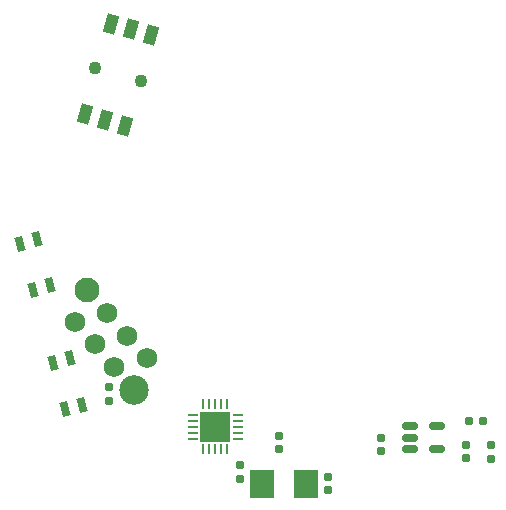
<source format=gbr>
%TF.GenerationSoftware,KiCad,Pcbnew,(7.0.0)*%
%TF.CreationDate,2023-05-27T11:40:30+01:00*%
%TF.ProjectId,right,72696768-742e-46b6-9963-61645f706362,rev?*%
%TF.SameCoordinates,Original*%
%TF.FileFunction,Soldermask,Bot*%
%TF.FilePolarity,Negative*%
%FSLAX46Y46*%
G04 Gerber Fmt 4.6, Leading zero omitted, Abs format (unit mm)*
G04 Created by KiCad (PCBNEW (7.0.0)) date 2023-05-27 11:40:30*
%MOMM*%
%LPD*%
G01*
G04 APERTURE LIST*
G04 Aperture macros list*
%AMRoundRect*
0 Rectangle with rounded corners*
0 $1 Rounding radius*
0 $2 $3 $4 $5 $6 $7 $8 $9 X,Y pos of 4 corners*
0 Add a 4 corners polygon primitive as box body*
4,1,4,$2,$3,$4,$5,$6,$7,$8,$9,$2,$3,0*
0 Add four circle primitives for the rounded corners*
1,1,$1+$1,$2,$3*
1,1,$1+$1,$4,$5*
1,1,$1+$1,$6,$7*
1,1,$1+$1,$8,$9*
0 Add four rect primitives between the rounded corners*
20,1,$1+$1,$2,$3,$4,$5,0*
20,1,$1+$1,$4,$5,$6,$7,0*
20,1,$1+$1,$6,$7,$8,$9,0*
20,1,$1+$1,$8,$9,$2,$3,0*%
%AMRotRect*
0 Rectangle, with rotation*
0 The origin of the aperture is its center*
0 $1 length*
0 $2 width*
0 $3 Rotation angle, in degrees counterclockwise*
0 Add horizontal line*
21,1,$1,$2,0,0,$3*%
G04 Aperture macros list end*
%ADD10C,2.100000*%
%ADD11C,2.500000*%
%ADD12C,1.750000*%
%ADD13RotRect,1.244600X0.660400X285.000000*%
%ADD14RoundRect,0.155000X-0.155000X0.212500X-0.155000X-0.212500X0.155000X-0.212500X0.155000X0.212500X0*%
%ADD15RoundRect,0.155000X0.155000X-0.212500X0.155000X0.212500X-0.155000X0.212500X-0.155000X-0.212500X0*%
%ADD16RoundRect,0.150000X-0.512500X-0.150000X0.512500X-0.150000X0.512500X0.150000X-0.512500X0.150000X0*%
%ADD17RoundRect,0.062500X-0.062500X0.362500X-0.062500X-0.362500X0.062500X-0.362500X0.062500X0.362500X0*%
%ADD18RoundRect,0.062500X-0.362500X0.062500X-0.362500X-0.062500X0.362500X-0.062500X0.362500X0.062500X0*%
%ADD19R,2.600000X2.600000*%
%ADD20C,1.100000*%
%ADD21RotRect,1.600000X1.000000X254.101000*%
%ADD22RoundRect,0.160000X-0.197500X-0.160000X0.197500X-0.160000X0.197500X0.160000X-0.197500X0.160000X0*%
%ADD23RoundRect,0.160000X-0.160000X0.197500X-0.160000X-0.197500X0.160000X-0.197500X0.160000X0.197500X0*%
%ADD24R,2.000000X2.400000*%
G04 APERTURE END LIST*
D10*
%TO.C,J5*%
X33061466Y-80303830D03*
D11*
X37055596Y-88770154D03*
D12*
X38100000Y-86100000D03*
X35349842Y-86807909D03*
X36433610Y-84183038D03*
X33683452Y-84890946D03*
X34767220Y-82266075D03*
X32017062Y-82973984D03*
%TD*%
D13*
%TO.C,SW3*%
X30145102Y-86471746D03*
X31196942Y-90397269D03*
X31574674Y-86088693D03*
X32626514Y-90014216D03*
%TD*%
D14*
%TO.C,C5*%
X65100000Y-93432500D03*
X65100000Y-94567500D03*
%TD*%
D15*
%TO.C,C4*%
X57900000Y-93967500D03*
X57900000Y-92832500D03*
%TD*%
D16*
%TO.C,U2*%
X60362500Y-93750000D03*
X60362500Y-92800000D03*
X60362500Y-91850000D03*
X62637500Y-91850000D03*
X62637500Y-93750000D03*
%TD*%
D14*
%TO.C,C3*%
X49300000Y-92665000D03*
X49300000Y-93800000D03*
%TD*%
D13*
%TO.C,SW2*%
X27396450Y-76372988D03*
X28448290Y-80298511D03*
X28826022Y-75989935D03*
X29877862Y-79915458D03*
%TD*%
D17*
%TO.C,U1*%
X42900000Y-89950000D03*
X43400000Y-89950000D03*
X43900000Y-89950000D03*
X44400000Y-89950000D03*
X44900000Y-89950000D03*
D18*
X45825000Y-90875000D03*
X45825000Y-91375000D03*
X45825000Y-91875000D03*
X45825000Y-92375000D03*
X45825000Y-92875000D03*
D17*
X44900000Y-93800000D03*
X44400000Y-93800000D03*
X43900000Y-93800000D03*
X43400000Y-93800000D03*
X42900000Y-93800000D03*
D18*
X41975000Y-92875000D03*
X41975000Y-92375000D03*
X41975000Y-91875000D03*
X41975000Y-91375000D03*
X41975000Y-90875000D03*
D19*
X43899999Y-91874999D03*
%TD*%
D20*
%TO.C,SW1*%
X37568363Y-62615397D03*
X33721379Y-61519627D03*
D21*
X35057584Y-57741127D03*
X36740640Y-58220527D03*
X38423695Y-58699926D03*
X32866045Y-65435096D03*
X34549100Y-65914495D03*
X36232156Y-66393895D03*
%TD*%
D22*
%TO.C,R2*%
X65402500Y-91400000D03*
X66597500Y-91400000D03*
%TD*%
D23*
%TO.C,R1*%
X34900000Y-88502500D03*
X34900000Y-89697500D03*
%TD*%
D14*
%TO.C,C1*%
X53400000Y-96132500D03*
X53400000Y-97267500D03*
%TD*%
D23*
%TO.C,R3*%
X67200000Y-93402500D03*
X67200000Y-94597500D03*
%TD*%
D24*
%TO.C,Y1*%
X47849999Y-96699999D03*
X51549999Y-96699999D03*
%TD*%
D14*
%TO.C,C2*%
X46000000Y-95132500D03*
X46000000Y-96267500D03*
%TD*%
M02*

</source>
